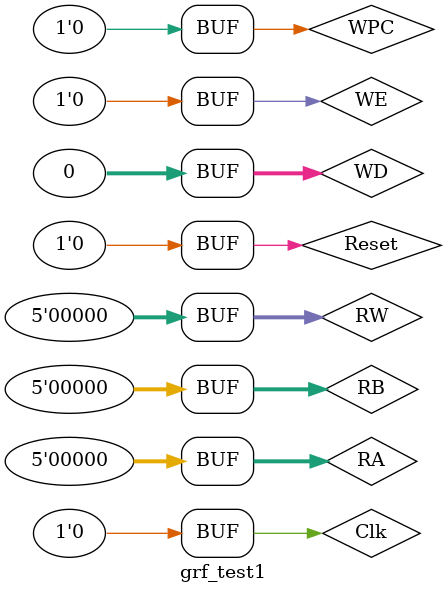
<source format=v>
`timescale 1ns / 1ps


module grf_test1;

	// Inputs
	reg [4:0] RA;
	reg [4:0] RB;
	reg [4:0] RW;
	reg [31:0] WD;
	reg Clk;
	reg Reset;
	reg WE;
	reg WPC;

	// Outputs
	wire [31:0] busA;
	wire [31:0] busB;

	// Instantiate the Unit Under Test (UUT)
	GRF uut (
		.RA(RA), 
		.RB(RB), 
		.RW(RW), 
		.WD(WD), 
		.Clk(Clk), 
		.Reset(Reset), 
		.WE(WE), 
		.WPC(WPC), 
		.busA(busA), 
		.busB(busB)
	);

	initial begin
		// Initialize Inputs
		RA = 0;
		RB = 0;
		RW = 0;
		WD = 0;
		Clk = 0;
		Reset = 0;
		WE = 0;
		WPC = 0;

		// Wait 100 ns for global reset to finish
		#100;
        
		// Add stimulus here

	end
      
endmodule


</source>
